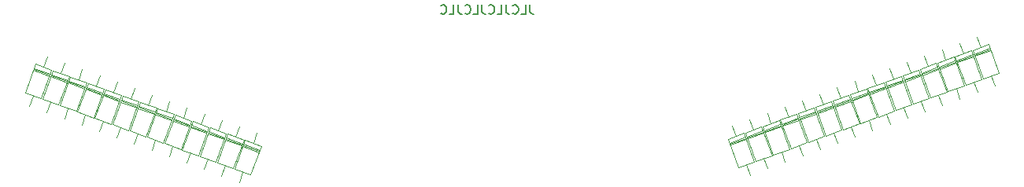
<source format=gbr>
G04 #@! TF.GenerationSoftware,KiCad,Pcbnew,5.1.5*
G04 #@! TF.CreationDate,2020-05-14T17:03:41-05:00*
G04 #@! TF.ProjectId,steno-v2,7374656e-6f2d-4763-922e-6b696361645f,rev?*
G04 #@! TF.SameCoordinates,Original*
G04 #@! TF.FileFunction,Legend,Bot*
G04 #@! TF.FilePolarity,Positive*
%FSLAX46Y46*%
G04 Gerber Fmt 4.6, Leading zero omitted, Abs format (unit mm)*
G04 Created by KiCad (PCBNEW 5.1.5) date 2020-05-14 17:03:41*
%MOMM*%
%LPD*%
G04 APERTURE LIST*
%ADD10C,0.150000*%
%ADD11C,0.120000*%
G04 APERTURE END LIST*
D10*
X153119047Y-61252380D02*
X153119047Y-61966666D01*
X153166666Y-62109523D01*
X153261904Y-62204761D01*
X153404761Y-62252380D01*
X153500000Y-62252380D01*
X152166666Y-62252380D02*
X152642857Y-62252380D01*
X152642857Y-61252380D01*
X151261904Y-62157142D02*
X151309523Y-62204761D01*
X151452380Y-62252380D01*
X151547619Y-62252380D01*
X151690476Y-62204761D01*
X151785714Y-62109523D01*
X151833333Y-62014285D01*
X151880952Y-61823809D01*
X151880952Y-61680952D01*
X151833333Y-61490476D01*
X151785714Y-61395238D01*
X151690476Y-61300000D01*
X151547619Y-61252380D01*
X151452380Y-61252380D01*
X151309523Y-61300000D01*
X151261904Y-61347619D01*
X150547619Y-61252380D02*
X150547619Y-61966666D01*
X150595238Y-62109523D01*
X150690476Y-62204761D01*
X150833333Y-62252380D01*
X150928571Y-62252380D01*
X149595238Y-62252380D02*
X150071428Y-62252380D01*
X150071428Y-61252380D01*
X148690476Y-62157142D02*
X148738095Y-62204761D01*
X148880952Y-62252380D01*
X148976190Y-62252380D01*
X149119047Y-62204761D01*
X149214285Y-62109523D01*
X149261904Y-62014285D01*
X149309523Y-61823809D01*
X149309523Y-61680952D01*
X149261904Y-61490476D01*
X149214285Y-61395238D01*
X149119047Y-61300000D01*
X148976190Y-61252380D01*
X148880952Y-61252380D01*
X148738095Y-61300000D01*
X148690476Y-61347619D01*
X147976190Y-61252380D02*
X147976190Y-61966666D01*
X148023809Y-62109523D01*
X148119047Y-62204761D01*
X148261904Y-62252380D01*
X148357142Y-62252380D01*
X147023809Y-62252380D02*
X147500000Y-62252380D01*
X147500000Y-61252380D01*
X146119047Y-62157142D02*
X146166666Y-62204761D01*
X146309523Y-62252380D01*
X146404761Y-62252380D01*
X146547619Y-62204761D01*
X146642857Y-62109523D01*
X146690476Y-62014285D01*
X146738095Y-61823809D01*
X146738095Y-61680952D01*
X146690476Y-61490476D01*
X146642857Y-61395238D01*
X146547619Y-61300000D01*
X146404761Y-61252380D01*
X146309523Y-61252380D01*
X146166666Y-61300000D01*
X146119047Y-61347619D01*
X145404761Y-61252380D02*
X145404761Y-61966666D01*
X145452380Y-62109523D01*
X145547619Y-62204761D01*
X145690476Y-62252380D01*
X145785714Y-62252380D01*
X144452380Y-62252380D02*
X144928571Y-62252380D01*
X144928571Y-61252380D01*
X143547619Y-62157142D02*
X143595238Y-62204761D01*
X143738095Y-62252380D01*
X143833333Y-62252380D01*
X143976190Y-62204761D01*
X144071428Y-62109523D01*
X144119047Y-62014285D01*
X144166666Y-61823809D01*
X144166666Y-61680952D01*
X144119047Y-61490476D01*
X144071428Y-61395238D01*
X143976190Y-61300000D01*
X143833333Y-61252380D01*
X143738095Y-61252380D01*
X143595238Y-61300000D01*
X143547619Y-61347619D01*
D11*
X200888589Y-66547168D02*
X202617623Y-65917851D01*
X200970674Y-66772695D02*
X202699708Y-66143378D01*
X200929631Y-66659931D02*
X202658666Y-66030614D01*
X203122555Y-69995039D02*
X202718971Y-68886202D01*
X201193561Y-64695173D02*
X201597145Y-65804010D01*
X201854454Y-69200860D02*
X200732627Y-66118669D01*
X203583488Y-68571543D02*
X201854454Y-69200860D01*
X202461662Y-65489351D02*
X203583488Y-68571543D01*
X200732627Y-66118669D02*
X202461662Y-65489351D01*
X195250433Y-68599289D02*
X196979467Y-67969972D01*
X195332518Y-68824816D02*
X197061552Y-68195499D01*
X195291475Y-68712052D02*
X197020510Y-68082735D01*
X197484399Y-72047160D02*
X197080815Y-70938323D01*
X195555405Y-66747294D02*
X195958989Y-67856131D01*
X196216298Y-71252981D02*
X195094471Y-68170790D01*
X197945332Y-70623664D02*
X196216298Y-71252981D01*
X196823506Y-67541472D02*
X197945332Y-70623664D01*
X195094471Y-68170790D02*
X196823506Y-67541472D01*
X185853507Y-72019490D02*
X187582541Y-71390173D01*
X185935592Y-72245017D02*
X187664626Y-71615700D01*
X185894549Y-72132253D02*
X187623584Y-71502936D01*
X188087473Y-75467361D02*
X187683889Y-74358524D01*
X186158479Y-70167495D02*
X186562063Y-71276332D01*
X186819372Y-74673182D02*
X185697545Y-71590991D01*
X188548406Y-74043865D02*
X186819372Y-74673182D01*
X187426580Y-70961673D02*
X188548406Y-74043865D01*
X185697545Y-71590991D02*
X187426580Y-70961673D01*
X180215351Y-74071611D02*
X181944385Y-73442294D01*
X180297436Y-74297138D02*
X182026470Y-73667821D01*
X180256393Y-74184374D02*
X181985428Y-73555057D01*
X182449317Y-77519482D02*
X182045733Y-76410645D01*
X180520323Y-72219616D02*
X180923907Y-73328453D01*
X181181216Y-76725303D02*
X180059389Y-73643112D01*
X182910250Y-76095986D02*
X181181216Y-76725303D01*
X181788424Y-73013794D02*
X182910250Y-76095986D01*
X180059389Y-73643112D02*
X181788424Y-73013794D01*
X174577195Y-76123732D02*
X176306229Y-75494415D01*
X174659280Y-76349259D02*
X176388314Y-75719942D01*
X174618237Y-76236495D02*
X176347272Y-75607178D01*
X176811161Y-79571603D02*
X176407577Y-78462766D01*
X174882167Y-74271737D02*
X175285751Y-75380574D01*
X175543060Y-78777424D02*
X174421233Y-75695233D01*
X177272094Y-78148107D02*
X175543060Y-78777424D01*
X176150268Y-75065915D02*
X177272094Y-78148107D01*
X174421233Y-75695233D02*
X176150268Y-75065915D01*
X122322527Y-76264202D02*
X124051561Y-76893519D01*
X122240442Y-76489729D02*
X123969476Y-77119046D01*
X122281484Y-76376965D02*
X124010519Y-77006282D01*
X121817595Y-80341390D02*
X122221179Y-79232553D01*
X123746589Y-75041524D02*
X123343005Y-76150361D01*
X121356662Y-78917894D02*
X122478488Y-75835702D01*
X123085696Y-79547211D02*
X121356662Y-78917894D01*
X124207523Y-76465020D02*
X123085696Y-79547211D01*
X122478488Y-75835702D02*
X124207523Y-76465020D01*
X116684371Y-74212081D02*
X118413405Y-74841398D01*
X116602286Y-74437608D02*
X118331320Y-75066925D01*
X116643328Y-74324844D02*
X118372363Y-74954161D01*
X116179439Y-78289269D02*
X116583023Y-77180432D01*
X118108433Y-72989403D02*
X117704849Y-74098240D01*
X115718506Y-76865773D02*
X116840332Y-73783581D01*
X117447540Y-77495090D02*
X115718506Y-76865773D01*
X118569367Y-74412899D02*
X117447540Y-77495090D01*
X116840332Y-73783581D02*
X118569367Y-74412899D01*
X111046216Y-72159960D02*
X112775250Y-72789277D01*
X110964131Y-72385487D02*
X112693165Y-73014804D01*
X111005173Y-72272723D02*
X112734208Y-72902040D01*
X110541284Y-76237148D02*
X110944868Y-75128311D01*
X112470278Y-70937282D02*
X112066694Y-72046119D01*
X110080351Y-74813652D02*
X111202177Y-71731460D01*
X111809385Y-75442969D02*
X110080351Y-74813652D01*
X112931212Y-72360778D02*
X111809385Y-75442969D01*
X111202177Y-71731460D02*
X112931212Y-72360778D01*
X199009203Y-67231209D02*
X200738237Y-66601892D01*
X199091288Y-67456736D02*
X200820322Y-66827419D01*
X199050245Y-67343972D02*
X200779280Y-66714655D01*
X201243169Y-70679080D02*
X200839585Y-69570243D01*
X199314175Y-65379214D02*
X199717759Y-66488051D01*
X199975068Y-69884901D02*
X198853241Y-66802710D01*
X201704102Y-69255584D02*
X199975068Y-69884901D01*
X200582276Y-66173392D02*
X201704102Y-69255584D01*
X198853241Y-66802710D02*
X200582276Y-66173392D01*
X193371048Y-69283329D02*
X195100082Y-68654012D01*
X193453133Y-69508856D02*
X195182167Y-68879539D01*
X193412090Y-69396092D02*
X195141125Y-68766775D01*
X195605014Y-72731200D02*
X195201430Y-71622363D01*
X193676020Y-67431334D02*
X194079604Y-68540171D01*
X194336913Y-71937021D02*
X193215086Y-68854830D01*
X196065947Y-71307704D02*
X194336913Y-71937021D01*
X194944121Y-68225512D02*
X196065947Y-71307704D01*
X193215086Y-68854830D02*
X194944121Y-68225512D01*
X189612277Y-70651410D02*
X191341311Y-70022093D01*
X189694362Y-70876937D02*
X191423396Y-70247620D01*
X189653319Y-70764173D02*
X191382354Y-70134856D01*
X191846243Y-74099281D02*
X191442659Y-72990444D01*
X189917249Y-68799415D02*
X190320833Y-69908252D01*
X190578142Y-73305102D02*
X189456315Y-70222911D01*
X192307176Y-72675785D02*
X190578142Y-73305102D01*
X191185350Y-69593593D02*
X192307176Y-72675785D01*
X189456315Y-70222911D02*
X191185350Y-69593593D01*
X183974121Y-72703531D02*
X185703155Y-72074214D01*
X184056206Y-72929058D02*
X185785240Y-72299741D01*
X184015163Y-72816294D02*
X185744198Y-72186977D01*
X186208087Y-76151402D02*
X185804503Y-75042565D01*
X184279093Y-70851536D02*
X184682677Y-71960373D01*
X184939986Y-75357223D02*
X183818159Y-72275032D01*
X186669020Y-74727906D02*
X184939986Y-75357223D01*
X185547194Y-71645714D02*
X186669020Y-74727906D01*
X183818159Y-72275032D02*
X185547194Y-71645714D01*
X178335965Y-74755652D02*
X180064999Y-74126335D01*
X178418050Y-74981179D02*
X180147084Y-74351862D01*
X178377007Y-74868415D02*
X180106042Y-74239098D01*
X180569931Y-78203523D02*
X180166347Y-77094686D01*
X178640937Y-72903657D02*
X179044521Y-74012494D01*
X179301830Y-77409344D02*
X178180003Y-74327153D01*
X181030864Y-76780027D02*
X179301830Y-77409344D01*
X179909038Y-73697835D02*
X181030864Y-76780027D01*
X178180003Y-74327153D02*
X179909038Y-73697835D01*
X120443142Y-75580162D02*
X122172176Y-76209479D01*
X120361057Y-75805689D02*
X122090091Y-76435006D01*
X120402099Y-75692925D02*
X122131134Y-76322242D01*
X119938210Y-79657350D02*
X120341794Y-78548513D01*
X121867204Y-74357484D02*
X121463620Y-75466321D01*
X119477277Y-78233854D02*
X120599103Y-75151662D01*
X121206311Y-78863171D02*
X119477277Y-78233854D01*
X122328138Y-75780980D02*
X121206311Y-78863171D01*
X120599103Y-75151662D02*
X122328138Y-75780980D01*
X112925601Y-72844001D02*
X114654635Y-73473318D01*
X112843516Y-73069528D02*
X114572550Y-73698845D01*
X112884558Y-72956764D02*
X114613593Y-73586081D01*
X112420669Y-76921189D02*
X112824253Y-75812352D01*
X114349663Y-71621323D02*
X113946079Y-72730160D01*
X111959736Y-75497693D02*
X113081562Y-72415501D01*
X113688770Y-76127010D02*
X111959736Y-75497693D01*
X114810597Y-73044819D02*
X113688770Y-76127010D01*
X113081562Y-72415501D02*
X114810597Y-73044819D01*
X107287445Y-70791880D02*
X109016479Y-71421197D01*
X107205360Y-71017407D02*
X108934394Y-71646724D01*
X107246402Y-70904643D02*
X108975437Y-71533960D01*
X106782513Y-74869068D02*
X107186097Y-73760231D01*
X108711507Y-69569202D02*
X108307923Y-70678039D01*
X106321580Y-73445572D02*
X107443406Y-70363380D01*
X108050614Y-74074889D02*
X106321580Y-73445572D01*
X109172441Y-70992698D02*
X108050614Y-74074889D01*
X107443406Y-70363380D02*
X109172441Y-70992698D01*
X103528675Y-69423799D02*
X105257709Y-70053116D01*
X103446590Y-69649326D02*
X105175624Y-70278643D01*
X103487632Y-69536562D02*
X105216667Y-70165879D01*
X103023743Y-73500987D02*
X103427327Y-72392150D01*
X104952737Y-68201121D02*
X104549153Y-69309958D01*
X102562810Y-72077491D02*
X103684636Y-68995299D01*
X104291844Y-72706808D02*
X102562810Y-72077491D01*
X105413671Y-69624617D02*
X104291844Y-72706808D01*
X103684636Y-68995299D02*
X105413671Y-69624617D01*
X99769904Y-68055719D02*
X101498938Y-68685036D01*
X99687819Y-68281246D02*
X101416853Y-68910563D01*
X99728861Y-68168482D02*
X101457896Y-68797799D01*
X99264972Y-72132907D02*
X99668556Y-71024070D01*
X101193966Y-66833041D02*
X100790382Y-67941878D01*
X98804039Y-70709411D02*
X99925865Y-67627219D01*
X100533073Y-71338728D02*
X98804039Y-70709411D01*
X101654900Y-68256537D02*
X100533073Y-71338728D01*
X99925865Y-67627219D02*
X101654900Y-68256537D01*
X197129818Y-67915249D02*
X198858852Y-67285932D01*
X197211903Y-68140776D02*
X198940937Y-67511459D01*
X197170860Y-68028012D02*
X198899895Y-67398695D01*
X199363784Y-71363120D02*
X198960200Y-70254283D01*
X197434790Y-66063254D02*
X197838374Y-67172091D01*
X198095683Y-70568941D02*
X196973856Y-67486750D01*
X199824717Y-69939624D02*
X198095683Y-70568941D01*
X198702891Y-66857432D02*
X199824717Y-69939624D01*
X196973856Y-67486750D02*
X198702891Y-66857432D01*
X191491662Y-69967369D02*
X193220696Y-69338052D01*
X191573747Y-70192896D02*
X193302781Y-69563579D01*
X191532704Y-70080132D02*
X193261739Y-69450815D01*
X193725628Y-73415240D02*
X193322044Y-72306403D01*
X191796634Y-68115374D02*
X192200218Y-69224211D01*
X192457527Y-72621061D02*
X191335700Y-69538870D01*
X194186561Y-71991744D02*
X192457527Y-72621061D01*
X193064735Y-68909552D02*
X194186561Y-71991744D01*
X191335700Y-69538870D02*
X193064735Y-68909552D01*
X187732892Y-71335450D02*
X189461926Y-70706133D01*
X187814977Y-71560977D02*
X189544011Y-70931660D01*
X187773934Y-71448213D02*
X189502969Y-70818896D01*
X189966858Y-74783321D02*
X189563274Y-73674484D01*
X188037864Y-69483455D02*
X188441448Y-70592292D01*
X188698757Y-73989142D02*
X187576930Y-70906951D01*
X190427791Y-73359825D02*
X188698757Y-73989142D01*
X189305965Y-70277633D02*
X190427791Y-73359825D01*
X187576930Y-70906951D02*
X189305965Y-70277633D01*
X182094736Y-73387571D02*
X183823770Y-72758254D01*
X182176821Y-73613098D02*
X183905855Y-72983781D01*
X182135778Y-73500334D02*
X183864813Y-72871017D01*
X184328702Y-76835442D02*
X183925118Y-75726605D01*
X182399708Y-71535576D02*
X182803292Y-72644413D01*
X183060601Y-76041263D02*
X181938774Y-72959072D01*
X184789635Y-75411946D02*
X183060601Y-76041263D01*
X183667809Y-72329754D02*
X184789635Y-75411946D01*
X181938774Y-72959072D02*
X183667809Y-72329754D01*
X176456580Y-75439692D02*
X178185614Y-74810375D01*
X176538665Y-75665219D02*
X178267699Y-75035902D01*
X176497622Y-75552455D02*
X178226657Y-74923138D01*
X178690546Y-78887563D02*
X178286962Y-77778726D01*
X176761552Y-73587697D02*
X177165136Y-74696534D01*
X177422445Y-78093384D02*
X176300618Y-75011193D01*
X179151479Y-77464067D02*
X177422445Y-78093384D01*
X178029653Y-74381875D02*
X179151479Y-77464067D01*
X176300618Y-75011193D02*
X178029653Y-74381875D01*
X118563757Y-74896121D02*
X120292791Y-75525438D01*
X118481672Y-75121648D02*
X120210706Y-75750965D01*
X118522714Y-75008884D02*
X120251749Y-75638201D01*
X118058825Y-78973309D02*
X118462409Y-77864472D01*
X119987819Y-73673443D02*
X119584235Y-74782280D01*
X117597892Y-77549813D02*
X118719718Y-74467621D01*
X119326926Y-78179130D02*
X117597892Y-77549813D01*
X120448753Y-75096939D02*
X119326926Y-78179130D01*
X118719718Y-74467621D02*
X120448753Y-75096939D01*
X114804986Y-73528041D02*
X116534020Y-74157358D01*
X114722901Y-73753568D02*
X116451935Y-74382885D01*
X114763943Y-73640804D02*
X116492978Y-74270121D01*
X114300054Y-77605229D02*
X114703638Y-76496392D01*
X116229048Y-72305363D02*
X115825464Y-73414200D01*
X113839121Y-76181733D02*
X114960947Y-73099541D01*
X115568155Y-76811050D02*
X113839121Y-76181733D01*
X116689982Y-73728859D02*
X115568155Y-76811050D01*
X114960947Y-73099541D02*
X116689982Y-73728859D01*
X109166830Y-71475920D02*
X110895864Y-72105237D01*
X109084745Y-71701447D02*
X110813779Y-72330764D01*
X109125787Y-71588683D02*
X110854822Y-72218000D01*
X108661898Y-75553108D02*
X109065482Y-74444271D01*
X110590892Y-70253242D02*
X110187308Y-71362079D01*
X108200965Y-74129612D02*
X109322791Y-71047420D01*
X109929999Y-74758929D02*
X108200965Y-74129612D01*
X111051826Y-71676738D02*
X109929999Y-74758929D01*
X109322791Y-71047420D02*
X111051826Y-71676738D01*
X105408060Y-70107839D02*
X107137094Y-70737156D01*
X105325975Y-70333366D02*
X107055009Y-70962683D01*
X105367017Y-70220602D02*
X107096052Y-70849919D01*
X104903128Y-74185027D02*
X105306712Y-73076190D01*
X106832122Y-68885161D02*
X106428538Y-69993998D01*
X104442195Y-72761531D02*
X105564021Y-69679339D01*
X106171229Y-73390848D02*
X104442195Y-72761531D01*
X107293056Y-70308657D02*
X106171229Y-73390848D01*
X105564021Y-69679339D02*
X107293056Y-70308657D01*
X101649289Y-68739759D02*
X103378323Y-69369076D01*
X101567204Y-68965286D02*
X103296238Y-69594603D01*
X101608246Y-68852522D02*
X103337281Y-69481839D01*
X101144357Y-72816947D02*
X101547941Y-71708110D01*
X103073351Y-67517081D02*
X102669767Y-68625918D01*
X100683424Y-71393451D02*
X101805250Y-68311259D01*
X102412458Y-72022768D02*
X100683424Y-71393451D01*
X103534285Y-68940577D02*
X102412458Y-72022768D01*
X101805250Y-68311259D02*
X103534285Y-68940577D01*
M02*

</source>
